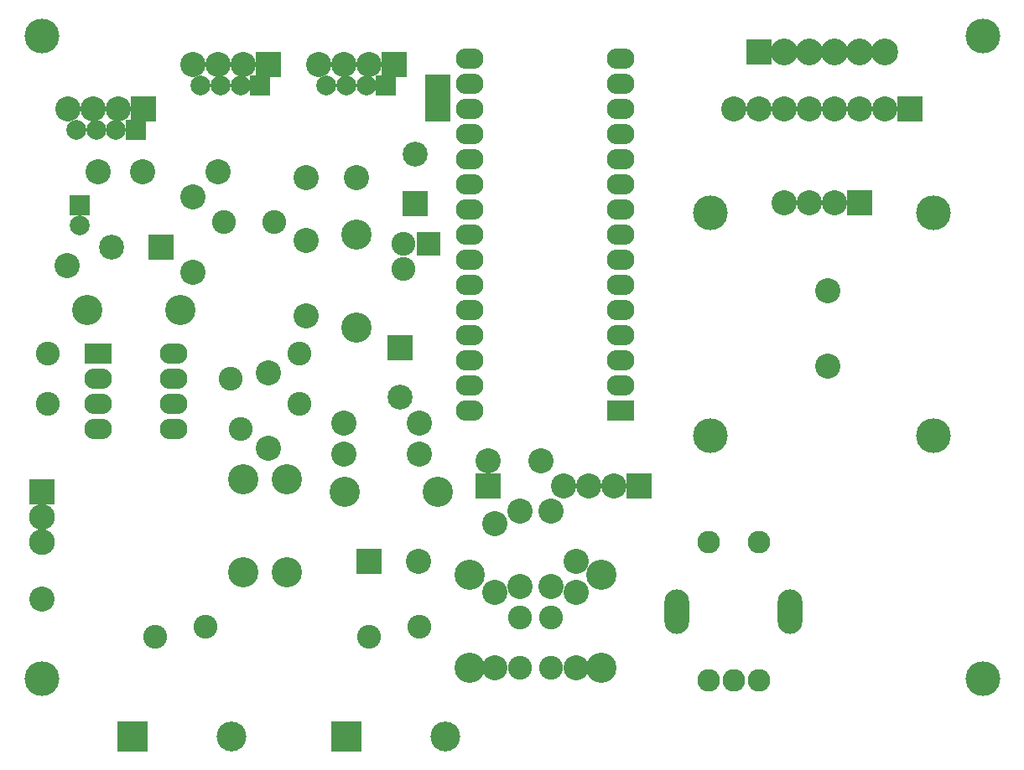
<source format=gbs>
G04 #@! TF.FileFunction,Soldermask,Bot*
%FSLAX46Y46*%
G04 Gerber Fmt 4.6, Leading zero omitted, Abs format (unit mm)*
G04 Created by KiCad (PCBNEW 4.0.4-stable) date 04/14/17 15:57:30*
%MOMM*%
%LPD*%
G01*
G04 APERTURE LIST*
%ADD10C,0.150000*%
%ADD11R,2.540000X2.540000*%
%ADD12C,2.540000*%
%ADD13C,3.508000*%
%ADD14C,2.413000*%
%ADD15R,2.794000X2.082800*%
%ADD16O,2.794000X2.082800*%
%ADD17R,2.008000X2.008000*%
%ADD18C,2.008000*%
%ADD19C,3.048000*%
%ADD20C,2.286000*%
%ADD21O,2.506980X4.508500*%
%ADD22R,2.608580X2.608580*%
%ADD23C,2.707640*%
%ADD24C,2.608580*%
%ADD25R,2.413000X2.413000*%
%ADD26R,3.007360X3.007360*%
%ADD27C,3.007360*%
%ADD28R,2.508000X2.508000*%
%ADD29C,2.508000*%
G04 APERTURE END LIST*
D10*
D11*
X59690000Y24765000D03*
D12*
X57150000Y24765000D03*
X54610000Y24765000D03*
X52070000Y24765000D03*
D13*
X67130000Y23785000D03*
X67130000Y1285000D03*
X44630000Y1285000D03*
X44630000Y23785000D03*
X72138000Y-23332000D03*
D14*
X25400000Y-17145000D03*
X25400000Y-22225000D03*
X-11430000Y-19050000D03*
X-6330000Y-18050000D03*
D15*
X-17145000Y9525000D03*
D16*
X-17145000Y6985000D03*
X-17145000Y4445000D03*
X-17145000Y1905000D03*
X-9525000Y1905000D03*
X-9525000Y4445000D03*
X-9525000Y6985000D03*
X-9525000Y9525000D03*
D11*
X64790000Y34290000D03*
D12*
X62250000Y34290000D03*
X59710000Y34290000D03*
X57170000Y34290000D03*
X54630000Y34290000D03*
X52090000Y34290000D03*
X49550000Y34290000D03*
X47010000Y34290000D03*
X29845000Y-3810000D03*
X32385000Y-3810000D03*
X34925000Y-3810000D03*
D11*
X37465000Y-3810000D03*
X-12573000Y34290000D03*
D12*
X-15113000Y34290000D03*
X-17653000Y34290000D03*
X-20193000Y34290000D03*
D17*
X-13383000Y32179000D03*
D18*
X-15383000Y32179000D03*
X-17383000Y32179000D03*
X-19383000Y32179000D03*
D11*
X12700000Y38735000D03*
D12*
X10160000Y38735000D03*
X7620000Y38735000D03*
X5080000Y38735000D03*
D17*
X11890000Y36624000D03*
D18*
X9890000Y36624000D03*
X7890000Y36624000D03*
X5890000Y36624000D03*
D11*
X0Y38735000D03*
D12*
X-2540000Y38735000D03*
X-5080000Y38735000D03*
X-7620000Y38735000D03*
D17*
X-810000Y36624000D03*
D18*
X-2810000Y36624000D03*
X-4810000Y36624000D03*
X-6810000Y36624000D03*
D14*
X28575000Y-17145000D03*
X28575000Y-22225000D03*
X-22225000Y9525000D03*
X-22225000Y4445000D03*
X3175000Y9525000D03*
X3175000Y4445000D03*
X-4445000Y22860000D03*
X635000Y22860000D03*
D19*
X33655000Y-22225000D03*
X33655000Y-12827000D03*
X20320000Y-22225000D03*
X20320000Y-12827000D03*
X1905000Y-3175000D03*
X1905000Y-12573000D03*
X-2540000Y-3175000D03*
X-2540000Y-12573000D03*
X-8890000Y13970000D03*
X-18288000Y13970000D03*
D12*
X22225000Y-1270000D03*
D11*
X22225000Y-3810000D03*
D19*
X17145000Y-4445000D03*
X7747000Y-4445000D03*
X8890000Y21590000D03*
X8890000Y12192000D03*
D20*
X44450000Y-23495000D03*
X49530000Y-23495000D03*
X46990000Y-23495000D03*
X44450000Y-9525000D03*
X49530000Y-9525000D03*
D21*
X52705000Y-16510000D03*
X41275000Y-16510000D03*
D14*
X-3810000Y6985000D03*
X-2810000Y1885000D03*
D12*
X3810000Y27305000D03*
X8890000Y27305000D03*
D11*
X17145000Y34290000D03*
X17145000Y36449000D03*
D22*
X49530000Y40005000D03*
D23*
X52070000Y40005000D03*
X54610000Y40005000D03*
X57150000Y40005000D03*
X59690000Y40005000D03*
X62230000Y40005000D03*
D24*
X-22860000Y-9525000D03*
X-22860000Y-6985000D03*
D22*
X-22860000Y-4445000D03*
D12*
X28575000Y-6350000D03*
X28575000Y-13970000D03*
X31115000Y-14605000D03*
X31115000Y-22225000D03*
X25400000Y-6350000D03*
X25400000Y-13970000D03*
X22860000Y-14605000D03*
X22860000Y-22225000D03*
X56515000Y15875000D03*
X56515000Y8255000D03*
X0Y0D03*
X0Y7620000D03*
X15240000Y-635000D03*
X7620000Y-635000D03*
X7620000Y2540000D03*
X15240000Y2540000D03*
X3810000Y20955000D03*
X3810000Y13335000D03*
X-5080000Y27940000D03*
X-12700000Y27940000D03*
D25*
X16192500Y20637500D03*
D14*
X13652500Y20637500D03*
X13652500Y18097500D03*
X10160000Y-19050000D03*
X15260000Y-18050000D03*
D15*
X35560000Y3810000D03*
D16*
X35560000Y6350000D03*
X35560000Y8890000D03*
X35560000Y11430000D03*
X35560000Y13970000D03*
X35560000Y16510000D03*
X35560000Y19050000D03*
X35560000Y21590000D03*
X35560000Y24130000D03*
X35560000Y26670000D03*
X35560000Y29210000D03*
X35560000Y31750000D03*
X35560000Y34290000D03*
X35560000Y36830000D03*
X35560000Y39370000D03*
X20320000Y39370000D03*
X20320000Y36830000D03*
X20320000Y34290000D03*
X20320000Y31750000D03*
X20320000Y29210000D03*
X20320000Y26670000D03*
X20320000Y24130000D03*
X20320000Y21590000D03*
X20320000Y19050000D03*
X20320000Y16510000D03*
X20320000Y13970000D03*
X20320000Y11430000D03*
X20320000Y8890000D03*
X20320000Y6350000D03*
X20320000Y3810000D03*
D12*
X-7620000Y17780000D03*
X-7620000Y25400000D03*
X31115000Y-11430000D03*
X22860000Y-7620000D03*
X-22860000Y-15240000D03*
X-20320000Y18415000D03*
X27559000Y-1270000D03*
X-17145000Y27940000D03*
D26*
X-13730000Y-29180000D03*
D27*
X-3730000Y-29180000D03*
D26*
X7860000Y-29180000D03*
D27*
X17860000Y-29180000D03*
D11*
X10200000Y-11430000D03*
D12*
X15200000Y-11430000D03*
D28*
X-10835000Y20320000D03*
D29*
X-15835000Y20320000D03*
D17*
X-19050000Y24495000D03*
D18*
X-19050000Y22495000D03*
D28*
X13335000Y10120000D03*
D29*
X13335000Y5120000D03*
D28*
X14859000Y24678000D03*
D29*
X14859000Y29678000D03*
D13*
X72138000Y41668000D03*
X-22862000Y41668000D03*
X-22862000Y-23332000D03*
M02*

</source>
